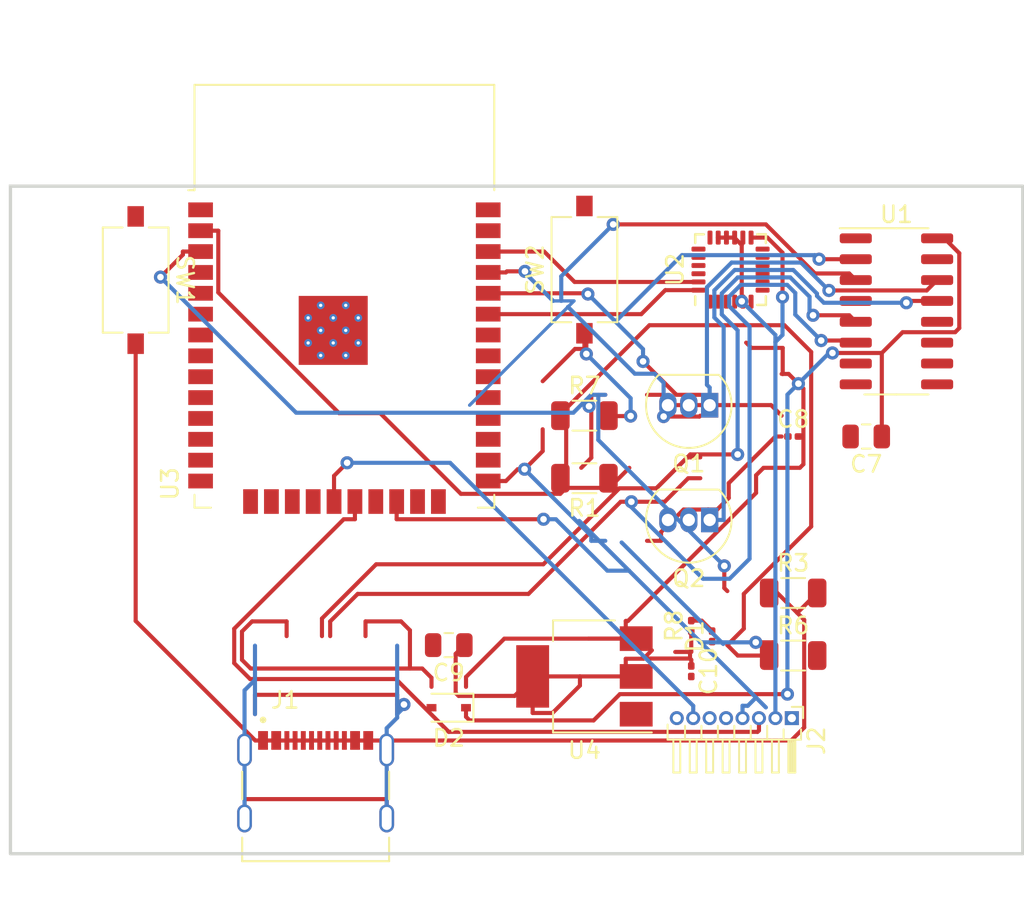
<source format=kicad_pcb>
(kicad_pcb (version 20221018) (generator pcbnew)
  (layers (0 "F.Cu" signal) (31 "B.Cu" signal) (34 "B.Paste" user) (35 "F.Paste" user) (36 "B.SilkS" user "B.Silkscreen") (37 "F.SilkS" user "F.Silkscreen") (38 "B.Mask" user) (39 "F.Mask" user) (44 "Edge.Cuts" user))
  (net 0 "")
  (net 1 "+5V")
  (net 2 "Net-(D2-A)")
  (net 3 "EN")
  (net 4 "IO0")
  (net 5 "GNDREF")
  (net 6 "IO3")
  (net 7 "IO1")
  (net 8 "D+")
  (net 9 "D-")
  (net 10 "XI")
  (net 11 "XO")
  (net 12 "XDA")
  (net 13 "XCL")
  (net 14 "Net-(Q1-E)")
  (net 15 "Net-(Q1-B)")
  (net 16 "Net-(Q2-E)")
  (net 17 "Net-(Q2-B)")
  (net 18 "INT")
  (net 19 "+3V3")
  (net 20 "Net-(U1-V3)")
  (net 28 "SCL")
  (net 29 "SDA")
  (net 30 "+3.3V")
  (net 33 "IO34")
  (net 34 "IO35")
  (net 35 "IO32")
  (net 36 "IO33")
  (net 37 "IO25")
  (net 38 "IO26")
  (net 39 "IO27")
  (net 40 "IO14")
  (net 41 "IO12")
  (net 42 "IO13")
  (net 45 "CS")
  (net 46 "SCLK")
  (net 47 "Net-(U2-REGOUT)")
  (net 48 "DATA")
  (net 49 "IO15")
  (net 50 "IO2")
  (net 51 "IO4")
  (net 52 "IO16")
  (net 53 "IO17")
  (net 54 "IO5")
  (net 55 "IO18")
  (net 56 "IO19")
  (net 57 "Net-(U2-FSYNC)")
  (net 58 "IO23")
  (net 59 "VCC")
  (net 65 "Net-(U2-CPOUT)")
  (net 78 "Net-(J1-SHIELD-PadS1)")
  (net 79 "Net-(D1-A)")
  (net 82 "Net-(R3-Pad2)")
  (net 83 "Net-(R7-Pad2)")
  (net 84 "RES")
  (net 85 "DC")
  (net 86 "BLK")
  (footprint "TYPE-C-31-M-12:HRO_TYPE-C-31-M-12" (layer "F.Cu") (at 163.35 92.4675)
    (fp_text reference "J1")
    (fp_text value "TYPE-C-31-M-12")
  )
  (footprint "Package_TO_SOT_THT:TO-92_Inline" (layer "F.Cu") (at 187.325 67.31 180)
    (fp_text reference "Q1")
    (fp_text value "S8050")
  )
  (footprint "Resistor_SMD:R_1206_3216Metric" (layer "F.Cu") (at 192.405 78.74)
    (fp_text reference "R3")
    (fp_text value "470")
  )
  (footprint "Capacitor_SMD:C_0805_2012Metric" (layer "F.Cu") (at 196.85 69.215 180)
    (fp_text reference "C7")
    (fp_text value "100nF")
  )
  (footprint "Capacitor_SMD:C_0201_0603Metric" (layer "F.Cu") (at 186.205 83.505 -90)
    (fp_text reference "C10")
    (fp_text value "10uF")
  )
  (footprint "Connector_PinHeader_1.00mm:PinHeader_1x08_P1.00mm_Horizontal" (layer "F.Cu") (at 192.325 86.36 -90)
    (fp_text reference "J2")
    (fp_text value "Conn_01x08_MountingPin")
  )
  (footprint "Diode_SMD:D_SOD-323" (layer "F.Cu") (at 171.45 85.725 180)
    (fp_text reference "D2")
    (fp_text value "1N5819WS")
  )
  (footprint "Resistor_SMD:R_1206_3216Metric" (layer "F.Cu") (at 179.705 67.945)
    (fp_text reference "R7")
    (fp_text value "470")
  )
  (footprint "Resistor_SMD:R_0201_0603Metric" (layer "F.Cu") (at 186.205 80.745 90)
    (fp_text reference "R8")
    (fp_text value "1k")
  )
  (footprint "Resistor_SMD:R_1206_3216Metric" (layer "F.Cu") (at 179.705 71.755 180)
    (fp_text reference "R1")
    (fp_text value "10k")
  )
  (footprint "Button_Switch_SMD:SW_Tactile_SPST_NO_Straight_CK_PTS636Sx25SMTRLFS" (layer "F.Cu") (at 152.4 59.69 -90)
    (fp_text reference "SW1")
    (fp_text value "reset")
  )
  (footprint "Capacitor_SMD:C_0201_0603Metric" (layer "F.Cu") (at 192.405 69.215)
    (fp_text reference "C8")
    (fp_text value "10uF")
  )
  (footprint "LED_SMD:LED_0201_0603Metric" (layer "F.Cu") (at 187.475 81.38 90)
    (fp_text reference "D1")
    (fp_text value "LED POWER")
  )
  (footprint "Capacitor_SMD:C_0805_2012Metric" (layer "F.Cu") (at 171.45 81.915 180)
    (fp_text reference "C9")
    (fp_text value "100nF")
  )
  (footprint "RF_Module:ESP32-WROOM-32" (layer "F.Cu") (at 165.1 63.665)
    (fp_text reference "U3")
    (fp_text value "ESP32-WROOM-32D")
  )
  (footprint "Sensor_Motion:InvenSense_QFN-24_4x4mm_P0.5mm" (layer "F.Cu") (at 188.595 59.055 90)
    (fp_text reference "U2")
    (fp_text value "MPU-6050")
  )
  (footprint "Package_TO_SOT_THT:TO-92_Inline" (layer "F.Cu") (at 187.325 74.295 180)
    (fp_text reference "Q2")
    (fp_text value "S8050")
  )
  (footprint "Resistor_SMD:R_1206_3216Metric" (layer "F.Cu") (at 192.405 82.55)
    (fp_text reference "R6")
    (fp_text value "10k")
  )
  (footprint "Button_Switch_SMD:SW_Tactile_SPST_NO_Straight_CK_PTS636Sx25SMTRLFS" (layer "F.Cu") (at 179.705 59.055 90)
    (fp_text reference "SW2")
    (fp_text value "boot")
  )
  (footprint "Package_SO:SOIC-16_3.9x9.9mm_P1.27mm" (layer "F.Cu") (at 198.69 61.595)
    (fp_text reference "U1")
    (fp_text value "CH340G")
  )
  (footprint "Package_TO_SOT_SMD:SOT-223-3_TabPin2" (layer "F.Cu") (at 179.705 83.82 180)
    (fp_text reference "U4")
    (fp_text value "AMS1117-3.3")
  )
  (gr_rect (start 144.78 53.975) (end 206.375 94.615) (stroke (width 0.2)) (fill none) (layer "Edge.Cuts"))
  (segment (start 189.865 63.82) (end 189.545 63.5) (width 0.25) (layer "F.Cu") (net 1))
  (segment (start 190.149 72.6491) (end 190.149 71.5751) (width 0.25) (layer "F.Cu") (net 1))
  (segment (start 182.22 81.52) (end 182.22 80.4431) (width 0.25) (layer "F.Cu") (net 1))
  (segment (start 179.938 81.52) (end 182.22 81.52) (width 0.25) (layer "F.Cu") (net 1))
  (segment (start 191.77 63.82) (end 189.865 63.82) (width 0.25) (layer "F.Cu") (net 1))
  (segment (start 172.5 83.8533) (end 174.833 81.52) (width 0.25) (layer "F.Cu") (net 1))
  (segment (start 172.5 86.2769) (end 172.722 86.4988) (width 0.25) (layer "F.Cu") (net 1))
  (segment (start 201.165 57.15) (end 201.61 57.15) (width 0.25) (layer "F.Cu") (net 1))
  (segment (start 182.355 80.4431) (end 190.149 72.6491) (width 0.25) (layer "F.Cu") (net 1))
  (segment (start 197.8 64.1291) (end 197.8 69.215) (width 0.25) (layer "F.Cu") (net 1))
  (segment (start 172.722 86.4988) (end 180.264 86.4988) (width 0.25) (layer "F.Cu") (net 1))
  (segment (start 202.263 62.865) (end 199.064 62.865) (width 0.25) (layer "F.Cu") (net 1))
  (segment (start 174.833 81.52) (end 179.938 81.52) (width 0.25) (layer "F.Cu") (net 1))
  (segment (start 190.149 71.5751) (end 190.604 71.12) (width 0.25) (layer "F.Cu") (net 1))
  (segment (start 172.5 84.455) (end 172.5 83.8533) (width 0.25) (layer "F.Cu") (net 1))
  (segment (start 193.029 66.304) (end 192.723 65.998) (width 0.25) (layer "F.Cu") (net 1))
  (segment (start 179.938 81.52) (end 182.22 81.52) (width 0.25) (layer "F.Cu") (net 1))
  (segment (start 199.064 62.865) (end 197.8 64.1291) (width 0.25) (layer "F.Cu") (net 1))
  (segment (start 194.796 64.1291) (end 197.8 64.1291) (width 0.25) (layer "F.Cu") (net 1))
  (segment (start 180.264 86.4988) (end 181.863 84.8994) (width 0.25) (layer "F.Cu") (net 1))
  (segment (start 191.77 65.405) (end 191.77 63.82) (width 0.25) (layer "F.Cu") (net 1))
  (segment (start 190.604 71.12) (end 192.812 71.12) (width 0.25) (layer "F.Cu") (net 1))
  (segment (start 191.77 65.405) (end 191.705 65.405) (width 0.25) (layer "F.Cu") (net 1))
  (segment (start 193.029 70.903) (end 193.029 66.304) (width 0.25) (layer "F.Cu") (net 1))
  (segment (start 182.22 81.52) (end 182.855 81.52) (width 0.25) (layer "F.Cu") (net 1))
  (segment (start 202.512 58.0527) (end 202.512 62.6153) (width 0.25) (layer "F.Cu") (net 1))
  (segment (start 202.512 62.6153) (end 202.263 62.865) (width 0.25) (layer "F.Cu") (net 1))
  (segment (start 182.22 80.4431) (end 182.355 80.4431) (width 0.25) (layer "F.Cu") (net 1))
  (segment (start 192.723 65.998) (end 192.725 65.998) (width 0.25) (layer "F.Cu") (net 1))
  (segment (start 181.863 84.8994) (end 192.057 84.8994) (width 0.25) (layer "F.Cu") (net 1))
  (segment (start 192.812 71.12) (end 193.029 70.903) (width 0.25) (layer "F.Cu") (net 1))
  (segment (start 201.61 57.15) (end 202.512 58.0527) (width 0.25) (layer "F.Cu") (net 1))
  (segment (start 192.13 65.405) (end 191.77 65.405) (width 0.25) (layer "F.Cu") (net 1))
  (segment (start 192.723 65.998) (end 192.13 65.405) (width 0.25) (layer "F.Cu") (net 1))
  (segment (start 172.5 85.725) (end 172.5 86.2769) (width 0.25) (layer "F.Cu") (net 1))
  (via (at 192.725 65.998) (size 0.8) (drill 0.4) (layers "F.Cu" "B.Cu") (net 1))
  (via (at 192.057 84.8994) (size 0.8) (drill 0.4) (layers "F.Cu" "B.Cu") (net 1))
  (via (at 194.796 64.1291) (size 0.8) (drill 0.4) (layers "F.Cu" "B.Cu") (net 1))
  (segment (start 194.594 64.1291) (end 194.796 64.1291) (width 0.25) (layer "B.Cu") (net 1))
  (segment (start 192.725 65.998) (end 194.594 64.1291) (width 0.25) (layer "B.Cu") (net 1))
  (segment (start 192.725 65.998) (end 192.057 66.6653) (width 0.25) (layer "B.Cu") (net 1))
  (segment (start 192.057 66.6653) (end 192.057 84.8994) (width 0.25) (layer "B.Cu") (net 1))
  (segment (start 161.585 80.4706) (end 161.585 81.3675) (width 0.25) (layer "F.Cu") (net 2))
  (segment (start 159.483 80.4706) (end 161.585 80.4706) (width 0.25) (layer "F.Cu") (net 2))
  (segment (start 169.837 83.3397) (end 169.088 83.3397) (width 0.25) (layer "F.Cu") (net 2))
  (segment (start 159.398 83.3397) (end 158.868 82.8097) (width 0.25) (layer "F.Cu") (net 2))
  (segment (start 158.868 81.0861) (end 159.483 80.4706) (width 0.25) (layer "F.Cu") (net 2))
  (segment (start 169.088 81.012) (end 168.546 80.4706) (width 0.25) (layer "F.Cu") (net 2))
  (segment (start 158.868 82.8097) (end 158.868 81.0861) (width 0.25) (layer "F.Cu") (net 2))
  (segment (start 170.4 83.9031) (end 169.837 83.3397) (width 0.25) (layer "F.Cu") (net 2))
  (segment (start 166.385 80.4706) (end 166.385 81.3675) (width 0.25) (layer "F.Cu") (net 2))
  (segment (start 170.4 84.455) (end 170.4 83.9031) (width 0.25) (layer "F.Cu") (net 2))
  (segment (start 169.088 83.3397) (end 169.088 81.012) (width 0.25) (layer "F.Cu") (net 2))
  (segment (start 169.088 83.3397) (end 159.398 83.3397) (width 0.25) (layer "F.Cu") (net 2))
  (segment (start 168.546 80.4706) (end 166.385 80.4706) (width 0.25) (layer "F.Cu") (net 2))
  (segment (start 180.975 66.675) (end 180.123 66.675) (width 0.25) (layer "F.Cu") (net 3))
  (segment (start 180.123 67.2336) (end 179.984 67.3728) (width 0.25) (layer "F.Cu") (net 3))
  (segment (start 155.273 58.1466) (end 153.909 59.5108) (width 0.25) (layer "F.Cu") (net 3))
  (segment (start 180.123 70.5094) (end 179.512 71.12) (width 0.25) (layer "F.Cu") (net 3))
  (segment (start 180.123 67.2336) (end 180.123 70.5094) (width 0.25) (layer "F.Cu") (net 3))
  (segment (start 188.216 78.4384) (end 188.402 78.625) (width 0.25) (layer "F.Cu") (net 3))
  (segment (start 156.35 57.955) (end 155.273 57.955) (width 0.25) (layer "F.Cu") (net 3))
  (segment (start 180.123 66.675) (end 180.123 67.2336) (width 0.25) (layer "F.Cu") (net 3))
  (segment (start 188.216 77.0914) (end 188.216 78.4384) (width 0.25) (layer "F.Cu") (net 3))
  (segment (start 155.273 57.955) (end 155.273 58.1466) (width 0.25) (layer "F.Cu") (net 3))
  (via (at 179.984 67.3728) (size 0.8) (drill 0.4) (layers "F.Cu" "B.Cu") (net 3))
  (via (at 188.216 77.0914) (size 0.8) (drill 0.4) (layers "F.Cu" "B.Cu") (net 3))
  (via (at 153.909 59.5108) (size 0.8) (drill 0.4) (layers "F.Cu" "B.Cu") (net 3))
  (segment (start 179.767 67.3728) (end 179.984 67.3728) (width 0.25) (layer "B.Cu") (net 3))
  (segment (start 179.596 67.202) (end 180.123 66.675) (width 0.25) (layer "B.Cu") (net 3))
  (segment (start 180.549 66.675) (end 180.549 69.4246) (width 0.25) (layer "B.Cu") (net 3))
  (segment (start 179.032 67.7665) (end 179.596 67.202) (width 0.25) (layer "B.Cu") (net 3))
  (segment (start 153.909 59.5108) (end 162.165 67.7665) (width 0.25) (layer "B.Cu") (net 3))
  (segment (start 179.596 67.202) (end 179.767 67.3728) (width 0.25) (layer "B.Cu") (net 3))
  (segment (start 180.123 66.675) (end 180.549 66.675) (width 0.25) (layer "B.Cu") (net 3))
  (segment (start 180.975 66.675) (end 180.549 66.675) (width 0.25) (layer "B.Cu") (net 3))
  (segment (start 180.549 69.4246) (end 188.216 77.0914) (width 0.25) (layer "B.Cu") (net 3))
  (segment (start 162.165 67.7665) (end 179.032 67.7665) (width 0.25) (layer "B.Cu") (net 3))
  (segment (start 177.165 70.1028) (end 176.063 71.2051) (width 0.25) (layer "F.Cu") (net 4))
  (segment (start 177.165 68.7725) (end 177.165 70.1028) (width 0.25) (layer "F.Cu") (net 4))
  (segment (start 174.927 71.925) (end 173.85 71.925) (width 0.25) (layer "F.Cu") (net 4))
  (segment (start 191.158 81.7457) (end 191.328 81.915) (width 0.25) (layer "F.Cu") (net 4))
  (segment (start 190.129 81.7457) (end 191.158 81.7457) (width 0.25) (layer "F.Cu") (net 4))
  (segment (start 176.063 71.2051) (end 175.647 71.2051) (width 0.25) (layer "F.Cu") (net 4))
  (segment (start 175.647 71.2051) (end 174.927 71.925) (width 0.25) (layer "F.Cu") (net 4))
  (via (at 190.129 81.7457) (size 0.8) (drill 0.4) (layers "F.Cu" "B.Cu") (net 4))
  (via (at 176.063 71.2051) (size 0.8) (drill 0.4) (layers "F.Cu" "B.Cu") (net 4))
  (segment (start 180.123 75.565) (end 180.123 75.2655) (width 0.25) (layer "B.Cu") (net 4))
  (segment (start 180.975 75.565) (end 180.123 75.565) (width 0.25) (layer "B.Cu") (net 4))
  (segment (start 186.73 81.7457) (end 188.05 81.7457) (width 0.25) (layer "B.Cu") (net 4))
  (segment (start 181.969 75.665) (end 188.05 81.7457) (width 0.25) (layer "B.Cu") (net 4))
  (segment (start 180.123 75.2655) (end 176.063 71.2051) (width 0.25) (layer "B.Cu") (net 4))
  (segment (start 188.05 81.7457) (end 188.15 81.8457) (width 0.25) (layer "B.Cu") (net 4))
  (segment (start 188.05 81.7457) (end 190.129 81.7457) (width 0.25) (layer "B.Cu") (net 4))
  (segment (start 183.271 64.643) (end 185.303 66.675) (width 0.25) (layer "F.Cu") (net 6))
  (segment (start 173.85 60.495) (end 179.871 60.495) (width 0.25) (layer "F.Cu") (net 6))
  (segment (start 185.303 66.675) (end 186.755 66.675) (width 0.25) (layer "F.Cu") (net 6))
  (segment (start 179.871 60.495) (end 179.917 60.5408) (width 0.25) (layer "F.Cu") (net 6))
  (segment (start 193.981 58.42) (end 196.215 58.42) (width 0.25) (layer "F.Cu") (net 6))
  (via (at 193.981 58.42) (size 0.8) (drill 0.4) (layers "F.Cu" "B.Cu") (net 6))
  (via (at 179.917 60.5408) (size 0.8) (drill 0.4) (layers "F.Cu" "B.Cu") (net 6))
  (via (at 183.271 64.643) (size 0.8) (drill 0.4) (layers "F.Cu" "B.Cu") (net 6))
  (segment (start 193.981 58.42) (end 193.734 58.1728) (width 0.25) (layer "B.Cu") (net 6))
  (segment (start 183.271 63.8954) (end 183.271 64.643) (width 0.25) (layer "B.Cu") (net 6))
  (segment (start 193.734 58.1728) (end 185.639 58.1728) (width 0.25) (layer "B.Cu") (net 6))
  (segment (start 185.639 58.1728) (end 181.594 62.2181) (width 0.25) (layer "B.Cu") (net 6))
  (segment (start 179.917 60.5408) (end 181.594 62.2181) (width 0.25) (layer "B.Cu") (net 6))
  (segment (start 181.594 62.2181) (end 183.271 63.8954) (width 0.25) (layer "B.Cu") (net 6))
  (segment (start 184.523 67.9994) (end 186.701 67.9994) (width 0.25) (layer "F.Cu") (net 7))
  (segment (start 186.701 67.9994) (end 186.755 67.945) (width 0.25) (layer "F.Cu") (net 7))
  (segment (start 174.927 59.225) (end 174.992 59.1597) (width 0.25) (layer "F.Cu") (net 7))
  (segment (start 196.215 59.69) (end 195.815 59.2897) (width 0.25) (layer "F.Cu") (net 7))
  (segment (start 190.745 56.3005) (end 181.454 56.3005) (width 0.25) (layer "F.Cu") (net 7))
  (segment (start 193.734 59.2897) (end 190.745 56.3005) (width 0.25) (layer "F.Cu") (net 7))
  (segment (start 173.85 59.225) (end 174.927 59.225) (width 0.25) (layer "F.Cu") (net 7))
  (segment (start 195.815 59.2897) (end 193.734 59.2897) (width 0.25) (layer "F.Cu") (net 7))
  (segment (start 174.992 59.1597) (end 176.087 59.1597) (width 0.25) (layer "F.Cu") (net 7))
  (via (at 181.454 56.3005) (size 0.8) (drill 0.4) (layers "F.Cu" "B.Cu") (net 7))
  (via (at 176.087 59.1597) (size 0.8) (drill 0.4) (layers "F.Cu" "B.Cu") (net 7))
  (via (at 184.523 67.9994) (size 0.8) (drill 0.4) (layers "F.Cu" "B.Cu") (net 7))
  (segment (start 183.976 65.3909) (end 184.523 65.9382) (width 0.25) (layer "B.Cu") (net 7))
  (segment (start 184.523 65.9382) (end 184.523 67.9994) (width 0.25) (layer "B.Cu") (net 7))
  (segment (start 177.8 60.96) (end 178.295 60.96) (width 0.2) (layer "B.Cu") (net 7))
  (segment (start 178.705 61.3247) (end 172.72 67.31) (width 0.2) (layer "B.Cu") (net 7))
  (segment (start 178.295 60.96) (end 179.07 60.96) (width 0.2) (layer "B.Cu") (net 7))
  (segment (start 176.087 59.247) (end 176.087 59.1597) (width 0.25) (layer "B.Cu") (net 7))
  (segment (start 182.772 65.3909) (end 183.976 65.3909) (width 0.25) (layer "B.Cu") (net 7))
  (segment (start 178.295 60.96) (end 178.295 59.4597) (width 0.25) (layer "B.Cu") (net 7))
  (segment (start 178.295 59.4597) (end 181.454 56.3005) (width 0.25) (layer "B.Cu") (net 7))
  (segment (start 178.705 61.3247) (end 182.772 65.3909) (width 0.25) (layer "B.Cu") (net 7))
  (segment (start 177.8 60.96) (end 176.087 59.247) (width 0.25) (layer "B.Cu") (net 7))
  (segment (start 179.07 60.96) (end 178.705 61.3247) (width 0.2) (layer "B.Cu") (net 7))
  (segment (start 195.818 61.8332) (end 193.614 61.8332) (width 0.25) (layer "F.Cu") (net 8))
  (segment (start 185.965 70.485) (end 186.755 70.485) (width 0.25) (layer "F.Cu") (net 8))
  (segment (start 177.204 76.9947) (end 181.83 72.3692) (width 0.25) (layer "F.Cu") (net 8))
  (segment (start 163.735 81.3675) (end 163.735 80.2942) (width 0.25) (layer "F.Cu") (net 8))
  (segment (start 181.83 72.3692) (end 184.08 72.3692) (width 0.25) (layer "F.Cu") (net 8))
  (segment (start 184.08 72.3692) (end 186.143 70.3062) (width 0.25) (layer "F.Cu") (net 8))
  (segment (start 184.08 72.3692) (end 185.965 70.485) (width 0.25) (layer "F.Cu") (net 8))
  (segment (start 167.034 76.9947) (end 177.204 76.9947) (width 0.25) (layer "F.Cu") (net 8))
  (segment (start 186.143 70.3062) (end 189.026 70.3062) (width 0.25) (layer "F.Cu") (net 8))
  (segment (start 196.215 62.23) (end 195.818 61.8332) (width 0.25) (layer "F.Cu") (net 8))
  (segment (start 163.735 80.2942) (end 167.034 76.9947) (width 0.25) (layer "F.Cu") (net 8))
  (via (at 193.614 61.8332) (size 0.8) (drill 0.4) (layers "F.Cu" "B.Cu") (net 8))
  (via (at 189.026 70.3062) (size 0.8) (drill 0.4) (layers "F.Cu" "B.Cu") (net 8))
  (segment (start 188.063 60.5015) (end 188.063 61.7842) (width 0.25) (layer "B.Cu") (net 8))
  (segment (start 192.228 59.5285) (end 189.036 59.5285) (width 0.25) (layer "B.Cu") (net 8))
  (segment (start 188.063 61.7842) (end 189.026 62.7477) (width 0.25) (layer "B.Cu") (net 8))
  (segment (start 193.403 61.6218) (end 193.403 60.7029) (width 0.25) (layer "B.Cu") (net 8))
  (segment (start 193.403 60.7029) (end 192.228 59.5285) (width 0.25) (layer "B.Cu") (net 8))
  (segment (start 189.036 59.5285) (end 188.063 60.5015) (width 0.25) (layer "B.Cu") (net 8))
  (segment (start 193.614 61.8332) (end 193.403 61.6218) (width 0.25) (layer "B.Cu") (net 8))
  (segment (start 189.026 62.7477) (end 189.026 70.3062) (width 0.25) (layer "B.Cu") (net 8))
  (segment (start 182.355 73.1863) (end 182.356 73.1863) (width 0.25) (layer "F.Cu") (net 9))
  (segment (start 182.529 73.1863) (end 182.531 73.1863) (width 0.25) (layer "F.Cu") (net 9))
  (segment (start 182.368 73.1863) (end 182.369 73.1863) (width 0.25) (layer "F.Cu") (net 9))
  (segment (start 182.491 73.1863) (end 182.492 73.1863) (width 0.25) (layer "F.Cu") (net 9))
  (segment (start 182.334 73.1863) (end 182.336 73.1863) (width 0.25) (layer "F.Cu") (net 9))
  (segment (start 182.428 73.1863) (end 182.43 73.1863) (width 0.25) (layer "F.Cu") (net 9))
  (segment (start 182.497 73.1863) (end 182.499 73.1863) (width 0.25) (layer "F.Cu") (net 9))
  (segment (start 182.528 73.1863) (end 182.529 73.1863) (width 0.25) (layer "F.Cu") (net 9))
  (segment (start 182.436 73.1863) (end 182.438 73.1863) (width 0.25) (layer "F.Cu") (net 9))
  (segment (start 182.299 73.1863) (end 182.3 73.1863) (width 0.25) (layer "F.Cu") (net 9))
  (segment (start 182.556 73.1863) (end 182.558 73.1863) (width 0.25) (layer "F.Cu") (net 9))
  (segment (start 182.486 73.1863) (end 182.488 73.1863) (width 0.25) (layer "F.Cu") (net 9))
  (segment (start 182.539 73.1863) (end 182.54 73.1863) (width 0.25) (layer "F.Cu") (net 9))
  (segment (start 182.448 73.1863) (end 182.449 73.1863) (width 0.25) (layer "F.Cu") (net 9))
  (segment (start 182.424 73.1863) (end 182.425 73.1863) (width 0.25) (layer "F.Cu") (net 9))
  (segment (start 182.31 73.1863) (end 182.312 73.1863) (width 0.25) (layer "F.Cu") (net 9))
  (segment (start 182.3 73.1863) (end 182.302 73.1863) (width 0.25) (layer "F.Cu") (net 9))
  (segment (start 182.555 73.1863) (end 182.556 73.1863) (width 0.25) (layer "F.Cu") (net 9))
  (segment (start 182.347 73.1863) (end 182.348 73.1863) (width 0.25) (layer "F.Cu") (net 9))
  (segment (start 182.504 73.1863) (end 182.505 73.1863) (width 0.25) (layer "F.Cu") (net 9))
  (segment (start 182.472 73.1863) (end 182.473 73.1863) (width 0.25) (layer "F.Cu") (net 9))
  (segment (start 182.449 73.1863) (end 182.451 73.1863) (width 0.25) (layer "F.Cu") (net 9))
  (segment (start 182.552 73.1863) (end 182.553 73.1863) (width 0.25) (layer "F.Cu") (net 9))
  (segment (start 182.542 73.1863) (end 182.544 73.1863) (width 0.25) (layer "F.Cu") (net 9))
  (segment (start 182.427 73.1863) (end 182.428 73.1863) (width 0.25) (layer "F.Cu") (net 9))
  (segment (start 182.488 73.1863) (end 182.489 73.1863) (width 0.25) (layer "F.Cu") (net 9))
  (segment (start 182.467 73.1863) (end 182.468 73.1863) (width 0.25) (layer "F.Cu") (net 9))
  (segment (start 182.462 73.1863) (end 182.464 73.1863) (width 0.25) (layer "F.Cu") (net 9))
  (segment (start 182.467 73.1863) (end 182.468 73.1863) (width 0.25) (layer "F.Cu") (net 9))
  (segment (start 182.547 73.1863) (end 182.548 73.1863) (width 0.25) (layer "F.Cu") (net 9))
  (segment (start 182.31 73.1863) (end 182.312 73.1863) (width 0.25) (layer "F.Cu") (net 9))
  (segment (start 182.336 73.1863) (end 182.337 73.1863) (width 0.25) (layer "F.Cu") (net 9))
  (segment (start 182.404 73.1863) (end 182.406 73.1863) (width 0.25) (layer "F.Cu") (net 9))
  (segment (start 182.491 73.1863) (end 182.492 73.1863) (width 0.25) (layer "F.Cu") (net 9))
  (segment (start 182.441 73.1863) (end 182.443 73.1863) (width 0.25) (layer "F.Cu") (net 9))
  (segment (start 182.332 73.1863) (end 182.334 73.1863) (width 0.25) (layer "F.Cu") (net 9))
  (segment (start 182.542 73.1863) (end 182.544 73.1863) (width 0.25) (layer "F.Cu") (net 9))
  (segment (start 182.339 73.1863) (end 182.34 73.1863) (width 0.25) (layer "F.Cu") (net 9))
  (segment (start 182.44 73.1863) (end 182.441 73.1863) (width 0.25) (layer "F.Cu") (net 9))
  (segment (start 182.425 73.1863) (end 182.427 73.1863) (width 0.25) (layer "F.Cu") (net 9))
  (segment (start 182.409 73.1863) (end 182.411 73.1863) (width 0.25) (layer "F.Cu") (net 9))
  (segment (start 182.34 73.1863) (end 182.342 73.1863) (width 0.25) (layer "F.Cu") (net 9))
  (segment (start 182.454 73.1863) (end 182.456 73.1863) (width 0.25) (layer "F.Cu") (net 9))
  (segment (start 182.302 73.1863) (end 182.304 73.1863) (width 0.25) (layer "F.Cu") (net 9))
  (segment (start 182.481 73.1863) (end 182.483 73.1863) (width 0.25) (layer "F.Cu") (net 9))
  (segment (start 182.436 73.1863) (end 182.438 73.1863) (width 0.25) (layer "F.Cu") (net 9))
  (segment (start 165.908 78.7972) (end 176.301 78.7972) (width 0.25) (layer "F.Cu") (net 9))
  (segment (start 182.441 73.1863) (end 182.443 73.1863) (width 0.25) (layer "F.Cu") (net 9))
  (segment (start 182.492 73.1863) (end 182.494 73.1863) (width 0.25) (layer "F.Cu") (net 9))
  (segment (start 182.528 73.1863) (end 182.529 73.1863) (width 0.25) (layer "F.Cu") (net 9))
  (segment (start 182.299 73.1863) (end 182.3 73.1863) (width 0.25) (layer "F.Cu") (net 9))
  (segment (start 182.465 73.1863) (end 182.467 73.1863) (width 0.25) (layer "F.Cu") (net 9))
  (segment (start 182.42 73.1863) (end 182.422 73.1863) (width 0.25) (layer "F.Cu") (net 9))
  (segment (start 182.504 73.1863) (end 182.505 73.1863) (width 0.25) (layer "F.Cu") (net 9))
  (segment (start 182.356 73.1863) (end 182.358 73.1863) (width 0.25) (layer "F.Cu") (net 9))
  (segment (start 182.416 73.1863) (end 182.417 73.1863) (width 0.25) (layer "F.Cu") (net 9))
  (segment (start 182.475 73.1863) (end 182.476 73.1863) (width 0.25) (layer "F.Cu") (net 9))
  (segment (start 182.372 73.1863) (end 182.374 73.1863) (width 0.25) (layer "F.Cu") (net 9))
  (segment (start 182.518 73.1863) (end 182.52 73.1863) (width 0.25) (layer "F.Cu") (net 9))
  (segment (start 182.39 73.1863) (end 182.392 73.1863) (width 0.25) (layer "F.Cu") (net 9))
  (segment (start 196.215 63.5) (end 196.086 63.3708) (width 0.25) (layer "F.Cu") (net 9))
  (segment (start 182.316 73.1863) (end 182.318 73.1863) (width 0.25) (layer "F.Cu") (net 9))
  (segment (start 182.446 73.1863) (end 182.448 73.1863) (width 0.25) (layer "F.Cu") (net 9))
  (segment (start 182.443 73.1863) (end 182.444 73.1863) (width 0.25) (layer "F.Cu") (net 9))
  (segment (start 182.352 73.1863) (end 182.353 73.1863) (width 0.25) (layer "F.Cu") (net 9))
  (segment (start 182.4 73.1863) (end 182.401 73.1863) (width 0.25) (layer "F.Cu") (net 9))
  (segment (start 182.308 73.1863) (end 182.31 73.1863) (width 0.25) (layer "F.Cu") (net 9))
  (segment (start 182.515 73.1863) (end 182.516 73.1863) (width 0.25) (layer "F.Cu") (net 9))
  (segment (start 182.548 73.1863) (end 182.55 73.1863) (width 0.25) (layer "F.Cu") (net 9))
  (segment (start 182.403 73.1863) (end 182.404 73.1863) (width 0.25) (layer "F.Cu") (net 9))
  (segment (start 182.499 73.1863) (end 182.5 73.1863) (width 0.25) (layer "F.Cu") (net 9))
  (segment (start 182.379 73.1863) (end 182.38 73.1863) (width 0.25) (layer "F.Cu") (net 9))
  (segment (start 182.39 73.1863) (end 182.392 73.1863) (width 0.25) (layer "F.Cu") (net 9))
  (segment (start 182.507 73.1863) (end 182.508 73.1863) (width 0.25) (layer "F.Cu") (net 9))
  (segment (start 182.475 73.1863) (end 182.476 73.1863) (width 0.25) (layer "F.Cu") (net 9))
  (segment (start 182.377 73.1863) (end 182.379 73.1863) (width 0.25) (layer "F.Cu") (net 9))
  (segment (start 182.502 73.1863) (end 182.504 73.1863) (width 0.25) (layer "F.Cu") (net 9))
  (segment (start 182.55 73.1863) (end 182.552 73.1863) (width 0.25) (layer "F.Cu") (net 9))
  (segment (start 182.524 73.1863) (end 182.526 73.1863) (width 0.25) (layer "F.Cu") (net 9))
  (segment (start 182.38 73.1863) (end 182.382 73.1863) (width 0.25) (layer "F.Cu") (net 9))
  (segment (start 182.523 73.1863) (end 182.524 73.1863) (width 0.25) (layer "F.Cu") (net 9))
  (segment (start 182.352 73.1863) (end 182.353 73.1863) (width 0.25) (layer "F.Cu") (net 9))
  (segment (start 182.308 73.1863) (end 182.31 73.1863) (width 0.25) (layer "F.Cu") (net 9))
  (segment (start 182.486 73.1863) (end 182.488 73.1863) (width 0.25) (layer "F.Cu") (net 9))
  (segment (start 182.324 73.1863) (end 182.326 73.1863) (width 0.25) (layer "F.Cu") (net 9))
  (segment (start 182.537 73.1863) (end 182.539 73.1863) (width 0.25) (layer "F.Cu") (net 9))
  (segment (start 182.553 73.1863) (end 182.555 73.1863) (width 0.25) (layer "F.Cu") (net 9))
  (segment (start 182.457 73.1863) (end 182.459 73.1863) (width 0.25) (layer "F.Cu") (net 9))
  (segment (start 182.483 73.1863) (end 182.484 73.1863) (width 0.25) (layer "F.Cu") (net 9))
  (segment (start 182.553 73.1863) (end 182.555 73.1863) (width 0.25) (layer "F.Cu") (net 9))
  (segment (start 182.401 73.1863) (end 182.403 73.1863) (width 0.25) (layer "F.Cu") (net 9))
  (segment (start 182.36 73.1863) (end 182.361 73.1863) (width 0.25) (layer "F.Cu") (net 9))
  (segment (start 182.473 73.1863) (end 182.475 73.1863) (width 0.25) (layer "F.Cu") (net 9))
  (segment (start 182.358 73.1863) (end 182.36 73.1863) (width 0.25) (layer "F.Cu") (net 9))
  (segment (start 182.348 73.1863) (end 182.35 73.1863) (width 0.25) (layer "F.Cu") (net 9))
  (segment (start 182.395 73.1863) (end 182.396 73.1863) (width 0.25) (layer "F.Cu") (net 9))
  (segment (start 182.353 73.1863) (end 182.355 73.1863) (width 0.25) (layer "F.Cu") (net 9))
  (segment (start 182.488 73.1863) (end 182.489 73.1863) (width 0.25) (layer "F.Cu") (net 9))
  (segment (start 182.435 73.1863) (end 182.436 73.1863) (width 0.25) (layer "F.Cu") (net 9))
  (segment (start 182.536 73.1863) (end 182.537 73.1863) (width 0.25) (layer "F.Cu") (net 9))
  (segment (start 182.382 73.1863) (end 182.384 73.1863) (width 0.25) (layer "F.Cu") (net 9))
  (segment (start 182.432 73.1863) (end 182.433 73.1863) (width 0.25) (layer "F.Cu") (net 9))
  (segment (start 182.36 73.1863) (end 182.361 73.1863) (width 0.25) (layer "F.Cu") (net 9))
  (segment (start 182.515 73.1863) (end 182.516 73.1863) (width 0.25) (layer "F.Cu") (net 9))
  (segment (start 182.363 73.1863) (end 182.364 73.1863) (width 0.25) (layer "F.Cu") (net 9))
  (segment (start 182.382 73.1863) (end 182.384 73.1863) (width 0.25) (layer "F.Cu") (net 9))
  (segment (start 182.3 73.1863) (end 182.302 73.1863) (width 0.25) (layer "F.Cu") (net 9))
  (segment (start 182.371 73.1863) (end 182.372 73.1863) (width 0.25) (layer "F.Cu") (net 9))
  (segment (start 182.411 73.1863) (end 182.412 73.1863) (width 0.25) (layer "F.Cu") (net 9))
  (segment (start 182.406 73.1863) (end 182.408 73.1863) (width 0.25) (layer "F.Cu") (net 9))
  (segment (start 182.414 73.1863) (end 182.416 73.1863) (width 0.25) (layer "F.Cu") (net 9))
  (segment (start 182.523 73.1863) (end 182.524 73.1863) (width 0.25) (layer "F.Cu") (net 9))
  (segment (start 182.46 73.1863) (end 182.462 73.1863) (width 0.25) (layer "F.Cu") (net 9))
  (segment (start 182.52 73.1863) (end 182.521 73.1863) (width 0.25) (layer "F.Cu") (net 9))
  (segment (start 182.337 73.1863) (end 182.339 73.1863) (width 0.25) (layer "F.Cu") (net 9))
  (segment (start 182.409 73.1863) (end 182.411 73.1863) (width 0.25) (layer "F.Cu") (net 9))
  (segment (start 182.376 73.1863) (end 182.377 73.1863) (width 0.25) (layer "F.Cu") (net 9))
  (segment (start 182.368 73.1863) (end 182.369 73.1863) (width 0.25) (layer "F.Cu") (net 9))
  (segment (start 182.32 73.1863) (end 182.321 73.1863) (width 0.25) (layer "F.Cu") (net 9))
  (segment (start 182.497 73.1863) (end 182.499 73.1863) (width 0.25) (layer "F.Cu") (net 9))
  (segment (start 182.451 73.1863) (end 182.452 73.1863) (width 0.25) (layer "F.Cu") (net 9))
  (segment (start 181.912 73.1863) (end 182.299 73.1863) (width 0.25) (layer "F.Cu") (net 9))
  (segment (start 182.408 73.1863) (end 182.409 73.1863) (width 0.25) (layer "F.Cu") (net 9))
  (segment (start 182.526 73.1863) (end 182.528 73.1863) (width 0.25) (layer "F.Cu") (net 9))
  (segment (start 182.345 73.1863) (end 182.347 73.1863) (width 0.25) (layer "F.Cu") (net 9))
  (segment (start 182.472 73.1863) (end 182.473 73.1863) (width 0.25) (layer "F.Cu") (net 9))
  (segment (start 182.435 73.1863) (end 182.436 73.1863) (width 0.25) (layer "F.Cu") (net 9))
  (segment (start 182.416 73.1863) (end 182.417 73.1863) (width 0.25) (layer "F.Cu") (net 9))
  (segment (start 182.344 73.1863) (end 182.345 73.1863) (width 0.25) (layer "F.Cu") (net 9))
  (segment (start 182.548 73.1863) (end 182.55 73.1863) (width 0.25) (layer "F.Cu") (net 9))
  (segment (start 182.302 73.1863) (end 182.304 73.1863) (width 0.25) (layer "F.Cu") (net 9))
  (segment (start 182.366 73.1863) (end 182.368 73.1863) (width 0.25) (layer "F.Cu") (net 9))
  (segment (start 182.412 73.1863) (end 182.414 73.1863) (width 0.25) (layer "F.Cu") (net 9))
  (segment (start 182.321 73.1863) (end 182.323 73.1863) (width 0.25) (layer "F.Cu") (net 9))
  (segment (start 182.406 73.1863) (end 182.408 73.1863) (width 0.25) (layer "F.Cu") (net 9))
  (segment (start 182.315 73.1863) (end 182.316 73.1863) (width 0.25) (layer "F.Cu") (net 9))
  (segment (start 182.372 73.1863) (end 182.374 73.1863) (width 0.25) (layer "F.Cu") (net 9))
  (segment (start 182.424 73.1863) (end 182.425 73.1863) (width 0.25) (layer "F.Cu") (net 9))
  (segment (start 182.452 73.1863) (end 182.454 73.1863) (width 0.25) (layer "F.Cu") (net 9))
  (segment (start 182.385 73.1863) (end 182.387 73.1863) (width 0.25) (layer "F.Cu") (net 9))
  (segment (start 182.465 73.1863) (end 182.467 73.1863) (width 0.25) (layer "F.Cu") (net 9))
  (segment (start 182.484 73.1863) (end 182.486 73.1863) (width 0.25) (layer "F.Cu") (net 9))
  (segment (start 182.555 73.1863) (end 182.556 73.1863) (width 0.25) (layer "F.Cu") (net 9))
  (segment (start 182.305 73.1863) (end 182.307 73.1863) (width 0.25) (layer "F.Cu") (net 9))
  (segment (start 182.516 73.1863) (end 182.518 73.1863) (width 0.25) (layer "F.Cu") (net 9))
  (segment (start 182.446 73.1863) (end 182.448 73.1863) (width 0.25) (layer "F.Cu") (net 9))
  (segment (start 182.374 73.1863) (end 182.376 73.1863) (width 0.25) (layer "F.Cu") (net 9))
  (segment (start 182.328 73.1863) (end 182.329 73.1863) (width 0.25) (layer "F.Cu") (net 9))
  (segment (start 182.464 73.1863) (end 182.465 73.1863) (width 0.25) (layer "F.Cu") (net 9))
  (segment (start 182.419 73.1863) (end 182.42 73.1863) (width 0.25) (layer "F.Cu") (net 9))
  (segment (start 182.56 73.1863) (end 182.561 73.1863) (width 0.25) (layer "F.Cu") (net 9))
  (segment (start 182.408 73.1863) (end 182.409 73.1863) (width 0.25) (layer "F.Cu") (net 9))
  (segment (start 182.478 73.1863) (end 182.48 73.1863) (width 0.25) (layer "F.Cu") (net 9))
  (segment (start 182.361 73.1863) (end 182.363 73.1863) (width 0.25) (layer "F.Cu") (net 9))
  (segment (start 182.443 73.1863) (end 182.444 73.1863) (width 0.25) (layer "F.Cu") (net 9))
  (segment (start 182.505 73.1863) (end 182.507 73.1863) (width 0.25) (layer "F.Cu") (net 9))
  (segment (start 182.42 73.1863) (end 182.422 73.1863) (width 0.25) (layer "F.Cu") (net 9))
  (segment (start 182.459 73.1863) (end 182.46 73.1863) (width 0.25) (layer "F.Cu") (net 9))
  (segment (start 182.427 73.1863) (end 182.428 73.1863) (width 0.25) (layer "F.Cu") (net 9))
  (segment (start 182.323 73.1863) (end 182.324 73.1863) (width 0.25) (layer "F.Cu") (net 9))
  (segment (start 182.544 73.1863) (end 182.545 73.1863) (width 0.25) (layer "F.Cu") (net 9))
  (segment (start 182.449 73.1863) (end 182.451 73.1863) (width 0.25) (layer "F.Cu") (net 9))
  (segment (start 182.387 73.1863) (end 182.388 73.1863) (width 0.25) (layer "F.Cu") (net 9))
  (segment (start 182.313 73.1863) (end 182.315 73.1863) (width 0.25) (layer "F.Cu") (net 9))
  (segment (start 182.438 73.1863) (end 182.44 73.1863) (width 0.25) (layer "F.Cu") (net 9))
  (segment (start 182.444 73.1863) (end 182.446 73.1863) (width 0.25) (layer "F.Cu") (net 9))
  (segment (start 182.529 73.1863) (end 182.531 73.1863) (width 0.25) (layer "F.Cu") (net 9))
  (segment (start 182.385 73.1863) (end 182.387 73.1863) (width 0.25) (layer "F.Cu") (net 9))
  (segment (start 182.344 73.1863) (end 182.345 73.1863) (width 0.25) (layer "F.Cu") (net 9))
  (segment (start 182.43 73.1863) (end 182.432 73.1863) (width 0.25) (layer "F.Cu") (net 9))
  (segment (start 182.508 73.1863) (end 182.51 73.1863) (width 0.25) (layer "F.Cu") (net 9))
  (segment (start 182.47 73.1863) (end 182.472 73.1863) (width 0.25) (layer "F.Cu") (net 9))
  (segment (start 182.401 73.1863) (end 182.403 73.1863) (width 0.25) (layer "F.Cu") (net 9))
  (segment (start 182.43 73.1863) (end 182.432 73.1863) (width 0.25) (layer "F.Cu") (net 9))
  (segment (start 176.301 78.7972) (end 181.912 73.1863) (width 0.25) (layer "F.Cu") (net 9))
  (segment (start 182.307 73.1863) (end 182.308 73.1863) (width 0.25) (layer "F.Cu") (net 9))
  (segment (start 182.56 73.1863) (end 182.561 73.1863) (width 0.25) (layer "F.Cu") (net 9))
  (segment (start 182.422 73.1863) (end 182.424 73.1863) (width 0.25) (layer "F.Cu") (net 9))
  (segment (start 182.398 73.1863) (end 182.4 73.1863) (width 0.25) (layer "F.Cu") (net 9))
  (segment (start 182.512 73.1863) (end 182.513 73.1863) (width 0.25) (layer "F.Cu") (net 9))
  (segment (start 182.481 73.1863) (end 182.483 73.1863) (width 0.25) (layer "F.Cu") (net 9))
  (segment (start 182.484 73.1863) (end 182.486 73.1863) (width 0.25) (layer "F.Cu") (net 9))
  (segment (start 182.462 73.1863) (end 182.464 73.1863) (width 0.25) (layer "F.Cu") (net 9))
  (segment (start 182.305 73.1863) (end 182.307 73.1863) (width 0.25) (layer "F.Cu") (net 9))
  (segment (start 182.494 73.1863) (end 182.496 73.1863) (width 0.25) (layer "F.Cu") (net 9))
  (segment (start 182.537 73.1863) (end 182.539 73.1863) (width 0.25) (layer "F.Cu") (net 9))
  (segment (start 164.235 81.3675) (end 164.235 80.4706) (width 0.25) (layer "F.Cu") (net 9))
  (segment (start 164.235 80.4706) (end 165.908 78.7972) (width 0.25) (layer "F.Cu") (net 9))
  (segment (start 182.521 73.1863) (end 182.523 73.1863) (width 0.25) (layer "F.Cu") (net 9))
  (segment (start 182.347 73.1863) (end 182.348 73.1863) (width 0.25) (layer "F.Cu") (net 9))
  (segment (start 182.54 73.1863) (end 182.542 73.1863) (width 0.25) (layer "F.Cu") (net 9))
  (segment (start 182.459 73.1863) (end 182.46 73.1863) (width 0.25) (layer "F.Cu") (net 9))
  (segment (start 182.499 73.1863) (end 182.5 73.1863) (width 0.25) (layer "F.Cu") (net 9))
  (segment (start 182.35 73.1863) (end 182.352 73.1863) (width 0.25) (layer "F.Cu") (net 9))
  (segment (start 182.54 73.1863) (end 182.542 73.1863) (width 0.25) (layer "F.Cu") (net 9))
  (segment (start 182.456 73.1863) (end 182.457 73.1863) (width 0.25) (layer "F.Cu") (net 9))
  (segment (start 182.371 73.1863) (end 182.372 73.1863) (width 0.25) (layer "F.Cu") (net 9))
  (segment (start 182.348 73.1863) (end 182.35 73.1863) (width 0.25) (layer "F.Cu") (net 9))
  (segment (start 182.404 73.1863) (end 182.406 73.1863) (width 0.25) (layer "F.Cu") (net 9))
  (segment (start 182.313 73.1863) (end 182.315 73.1863) (width 0.25) (layer "F.Cu") (net 9))
  (segment (start 182.321 73.1863) (end 182.323 73.1863) (width 0.25) (layer "F.Cu") (net 9))
  (segment (start 182.307 73.1863) (end 182.308 73.1863) (width 0.25) (layer "F.Cu") (net 9))
  (segment (start 182.468 73.1863) (end 182.47 73.1863) (width 0.25) (layer "F.Cu") (net 9))
  (segment (start 182.476 73.1863) (end 182.478 73.1863) (width 0.25) (layer "F.Cu") (net 9))
  (segment (start 182.387 73.1863) (end 182.388 73.1863) (width 0.25) (layer "F.Cu") (net 9))
  (segment (start 182.377 73.1863) (end 182.379 73.1863) (width 0.25) (layer "F.Cu") (net 9))
  (segment (start 182.417 73.1863) (end 182.419 73.1863) (width 0.25) (layer "F.Cu") (net 9))
  (segment (start 182.516 73.1863) (end 182.518 73.1863) (width 0.25) (layer "F.Cu") (net 9))
  (segment (start 182.505 73.1863) (end 182.507 73.1863) (width 0.25) (layer "F.Cu") (net 9))
  (segment (start 182.374 73.1863) (end 182.376 73.1863) (width 0.25) (layer "F.Cu") (net 9))
  (segment (start 182.433 73.1863) (end 182.435 73.1863) (width 0.25) (layer "F.Cu") (net 9))
  (segment (start 182.494 73.1863) (end 182.496 73.1863) (width 0.25) (layer "F.Cu") (net 9))
  (segment (start 182.392 73.1863) (end 182.393 73.1863) (width 0.25) (layer "F.Cu") (net 9))
  (segment (start 182.464 73.1863) (end 182.465 73.1863) (width 0.25) (layer "F.Cu") (net 9))
  (segment (start 182.428 73.1863) (end 182.43 73.1863) (width 0.25) (layer "F.Cu") (net 9))
  (segment (start 182.376 73.1863) (end 182.377 73.1863) (width 0.25) (layer "F.Cu") (net 9))
  (segment (start 182.396 73.1863) (end 182.398 73.1863) (width 0.25) (layer "F.Cu") (net 9))
  (segment (start 182.363 73.1863) (end 182.364 73.1863) (width 0.25) (layer "F.Cu") (net 9))
  (segment (start 182.379 73.1863) (end 182.38 73.1863) (width 0.25) (layer "F.Cu") (net 9))
  (segment (start 182.48 73.1863) (end 182.481 73.1863) (width 0.25) (layer "F.Cu") (net 9))
  (segment (start 182.556 73.1863) (end 182.558 73.1863) (width 0.25) (layer "F.Cu") (net 9))
  (segment (start 182.342 73.1863) (end 182.344 73.1863) (width 0.25) (layer "F.Cu") (net 9))
  (segment (start 182.329 73.1863) (end 182.331 73.1863) (width 0.25) (layer "F.Cu") (net 9))
  (segment (start 182.483 73.1863) (end 182.484 73.1863) (width 0.25) (layer "F.Cu") (net 9))
  (segment (start 182.328 73.1863) (end 182.329 73.1863) (width 0.25) (layer "F.Cu") (net 9))
  (segment (start 182.361 73.1863) (end 182.363 73.1863) (width 0.25) (layer "F.Cu") (net 9))
  (segment (start 182.48 73.1863) (end 182.481 73.1863) (width 0.25) (layer "F.Cu") (net 9))
  (segment (start 182.432 73.1863) (end 182.433 73.1863) (width 0.25) (layer "F.Cu") (net 9))
  (segment (start 182.5 73.1863) (end 182.502 73.1863) (width 0.25) (layer "F.Cu") (net 9))
  (segment (start 182.456 73.1863) (end 182.457 73.1863) (width 0.25) (layer "F.Cu") (net 9))
  (segment (start 182.369 73.1863) (end 182.371 73.1863) (width 0.25) (layer "F.Cu") (net 9))
  (segment (start 182.35 73.1863) (end 182.352 73.1863) (width 0.25) (layer "F.Cu") (net 9))
  (segment (start 182.502 73.1863) (end 182.504 73.1863) (width 0.25) (layer "F.Cu") (net 9))
  (segment (start 182.558 73.1863) (end 182.56 73.1863) (width 0.25) (layer "F.Cu") (net 9))
  (segment (start 182.425 73.1863) (end 182.427 73.1863) (width 0.25) (layer "F.Cu") (net 9))
  (segment (start 182.318 73.1863) (end 182.32 73.1863) (width 0.25) (layer "F.Cu") (net 9))
  (segment (start 182.552 73.1863) (end 182.553 73.1863) (width 0.25) (layer "F.Cu") (net 9))
  (segment (start 182.513 73.1863) (end 182.515 73.1863) (width 0.25) (layer "F.Cu") (net 9))
  (segment (start 182.448 73.1863) (end 182.449 73.1863) (width 0.25) (layer "F.Cu") (net 9))
  (segment (start 182.38 73.1863) (end 182.382 73.1863) (width 0.25) (layer "F.Cu") (net 9))
  (segment (start 182.526 73.1863) (end 182.528 73.1863) (width 0.25) (layer "F.Cu") (net 9))
  (segment (start 182.32 73.1863) (end 182.321 73.1863) (width 0.25) (layer "F.Cu") (net 9))
  (segment (start 182.5 73.1863) (end 182.502 73.1863) (width 0.25) (layer "F.Cu") (net 9))
  (segment (start 182.384 73.1863) (end 182.385 73.1863) (width 0.25) (layer "F.Cu") (net 9))
  (segment (start 182.329 73.1863) (end 182.331 73.1863) (width 0.25) (layer "F.Cu") (net 9))
  (segment (start 182.513 73.1863) (end 182.515 73.1863) (width 0.25) (layer "F.Cu") (net 9))
  (segment (start 182.508 73.1863) (end 182.51 73.1863) (width 0.25) (layer "F.Cu") (net 9))
  (segment (start 184.589 73.1863) (end 186.02 71.755) (width 0.25) (layer "F.Cu") (net 9))
  (segment (start 182.454 73.1863) (end 182.456 73.1863) (width 0.25) (layer "F.Cu") (net 9))
  (segment (start 182.433 73.1863) (end 182.435 73.1863) (width 0.25) (layer "F.Cu") (net 9))
  (segment (start 182.473 73.1863) (end 182.475 73.1863) (width 0.25) (layer "F.Cu") (net 9))
  (segment (start 182.411 73.1863) (end 182.412 73.1863) (width 0.25) (layer "F.Cu") (net 9))
  (segment (start 182.384 73.1863) (end 182.385 73.1863) (width 0.25) (layer "F.Cu") (net 9))
  (segment (start 182.414 73.1863) (end 182.416 73.1863) (width 0.25) (layer "F.Cu") (net 9))
  (segment (start 182.468 73.1863) (end 182.47 73.1863) (width 0.25) (layer "F.Cu") (net 9))
  (segment (start 182.364 73.1863) (end 182.366 73.1863) (width 0.25) (layer "F.Cu") (net 9))
  (segment (start 182.318 73.1863) (end 182.32 73.1863) (width 0.25) (layer "F.Cu") (net 9))
  (segment (start 182.392 73.1863) (end 182.393 73.1863) (width 0.25) (layer "F.Cu") (net 9))
  (segment (start 182.339 73.1863) (end 182.34 73.1863) (width 0.25) (layer "F.Cu") (net 9))
  (segment (start 182.534 73.1863) (end 182.536 73.1863) (width 0.25) (layer "F.Cu") (net 9))
  (segment (start 182.395 73.1863) (end 182.396 73.1863) (width 0.25) (layer "F.Cu") (net 9))
  (segment (start 182.539 73.1863) (end 182.54 73.1863) (width 0.25) (layer "F.Cu") (net 9))
  (segment (start 182.55 73.1863) (end 182.552 73.1863) (width 0.25) (layer "F.Cu") (net 9))
  (segment (start 182.545 73.1863) (end 182.547 73.1863) (width 0.25) (layer "F.Cu") (net 9))
  (segment (start 182.324 73.1863) (end 182.326 73.1863) (width 0.25) (layer "F.Cu") (net 9))
  (segment (start 182.452 73.1863) (end 182.454 73.1863) (width 0.25) (layer "F.Cu") (net 9))
  (segment (start 182.534 73.1863) (end 182.536 73.1863) (width 0.25) (layer "F.Cu") (net 9))
  (segment (start 182.393 73.1863) (end 182.395 73.1863) (width 0.25) (layer "F.Cu") (net 9))
  (segment (start 182.34 73.1863) (end 182.342 73.1863) (width 0.25) (layer "F.Cu") (net 9))
  (segment (start 182.332 73.1863) (end 182.334 73.1863) (width 0.25) (layer "F.Cu") (net 9))
  (segment (start 182.478 73.1863) (end 182.48 73.1863) (width 0.25) (layer "F.Cu") (net 9))
  (segment (start 182.388 73.1863) (end 182.39 73.1863) (width 0.25) (layer "F.Cu") (net 9))
  (segment (start 182.355 73.1863) (end 182.356 73.1863) (width 0.25) (layer "F.Cu") (net 9))
  (segment (start 182.398 73.1863) (end 182.4 73.1863) (width 0.25) (layer "F.Cu") (net 9))
  (segment (start 182.444 73.1863) (end 182.446 73.1863) (width 0.25) (layer "F.Cu") (net 9))
  (segment (start 182.412 73.1863) (end 182.414 73.1863) (width 0.25) (layer "F.Cu") (net 9))
  (segment (start 182.422 73.1863) (end 182.424 73.1863) (width 0.25) (layer "F.Cu") (net 9))
  (segment (start 182.44 73.1863) (end 182.441 73.1863) (width 0.25) (layer "F.Cu") (net 9))
  (segment (start 182.457 73.1863) (end 182.459 73.1863) (width 0.25) (layer "F.Cu") (net 9))
  (segment (start 182.524 73.1863) (end 182.526 73.1863) (width 0.25) (layer "F.Cu") (net 9))
  (segment (start 182.531 73.1863) (end 182.532 73.1863) (width 0.25) (layer "F.Cu") (net 9))
  (segment (start 182.419 73.1863) (end 182.42 73.1863) (width 0.25) (layer "F.Cu") (net 9))
  (segment (start 182.331 73.1863) (end 182.332 73.1863) (width 0.25) (layer "F.Cu") (net 9))
  (segment (start 182.532 73.1863) (end 182.534 73.1863) (width 0.25) (layer "F.Cu") (net 9))
  (segment (start 182.512 73.1863) (end 182.513 73.1863) (width 0.25) (layer "F.Cu") (net 9))
  (segment (start 182.336 73.1863) (end 182.337 73.1863) (width 0.25) (layer "F.Cu") (net 9))
  (segment (start 196.086 63.3708) (end 194.11 63.3708) (width 0.25) (layer "F.Cu") (net 9))
  (segment (start 182.304 73.1863) (end 182.305 73.1863) (width 0.25) (layer "F.Cu") (net 9))
  (segment (start 182.326 73.1863) (end 182.328 73.1863) (width 0.25) (layer "F.Cu") (net 9))
  (segment (start 182.396 73.1863) (end 182.398 73.1863) (width 0.25) (layer "F.Cu") (net 9))
  (segment (start 182.489 73.1863) (end 182.491 73.1863) (width 0.25) (layer "F.Cu") (net 9))
  (segment (start 182.451 73.1863) (end 182.452 73.1863) (width 0.25) (layer "F.Cu") (net 9))
  (segment (start 182.345 73.1863) (end 182.347 73.1863) (width 0.25) (layer "F.Cu") (net 9))
  (segment (start 182.312 73.1863) (end 182.313 73.1863) (width 0.25) (layer "F.Cu") (net 9))
  (segment (start 182.52 73.1863) (end 182.521 73.1863) (width 0.25) (layer "F.Cu") (net 9))
  (segment (start 182.304 73.1863) (end 182.305 73.1863) (width 0.25) (layer "F.Cu") (net 9))
  (segment (start 182.315 73.1863) (end 182.316 73.1863) (width 0.25) (layer "F.Cu") (net 9))
  (segment (start 182.507 73.1863) (end 182.508 73.1863) (width 0.25) (layer "F.Cu") (net 9))
  (segment (start 182.342 73.1863) (end 182.344 73.1863) (width 0.25) (layer "F.Cu") (net 9))
  (segment (start 182.358 73.1863) (end 182.36 73.1863) (width 0.25) (layer "F.Cu") (net 9))
  (segment (start 182.531 73.1863) (end 182.532 73.1863) (width 0.25) (layer "F.Cu") (net 9))
  (segment (start 182.334 73.1863) (end 182.336 73.1863) (width 0.25) (layer "F.Cu") (net 9))
  (segment (start 182.326 73.1863) (end 182.328 73.1863) (width 0.25) (layer "F.Cu") (net 9))
  (segment (start 182.331 73.1863) (end 182.332 73.1863) (width 0.25) (layer "F.Cu") (net 9))
  (segment (start 182.496 73.1863) (end 182.497 73.1863) (width 0.25) (layer "F.Cu") (net 9))
  (segment (start 182.46 73.1863) (end 182.462 73.1863) (width 0.25) (layer "F.Cu") (net 9))
  (segment (start 182.489 73.1863) (end 182.491 73.1863) (width 0.25) (layer "F.Cu") (net 9))
  (segment (start 182.323 73.1863) (end 182.324 73.1863) (width 0.25) (layer "F.Cu") (net 9))
  (segment (start 182.316 73.1863) (end 182.318 73.1863) (width 0.25) (layer "F.Cu") (net 9))
  (segment (start 182.476 73.1863) (end 182.478 73.1863) (width 0.25) (layer "F.Cu") (net 9))
  (segment (start 182.518 73.1863) (end 182.52 73.1863) (width 0.25) (layer "F.Cu") (net 9))
  (segment (start 182.561 73.1863) (end 184.589 73.1863) (width 0.25) (layer "F.Cu") (net 9))
  (segment (start 182.388 73.1863) (end 182.39 73.1863) (width 0.25) (layer "F.Cu") (net 9))
  (segment (start 182.521 73.1863) (end 182.523 73.1863) (width 0.25) (layer "F.Cu") (net 9))
  (segment (start 182.558 73.1863) (end 182.56 73.1863) (width 0.25) (layer "F.Cu") (net 9))
  (segment (start 182.312 73.1863) (end 182.313 73.1863) (width 0.25) (layer "F.Cu") (net 9))
  (segment (start 186.02 71.755) (end 186.755 71.755) (width 0.25) (layer "F.Cu") (net 9))
  (segment (start 182.417 73.1863) (end 182.419 73.1863) (width 0.25) (layer "F.Cu") (net 9))
  (segment (start 182.47 73.1863) (end 182.472 73.1863) (width 0.25) (layer "F.Cu") (net 9))
  (segment (start 182.545 73.1863) (end 182.547 73.1863) (width 0.25) (layer "F.Cu") (net 9))
  (segment (start 182.536 73.1863) (end 182.537 73.1863) (width 0.25) (layer "F.Cu") (net 9))
  (segment (start 182.4 73.1863) (end 182.401 73.1863) (width 0.25) (layer "F.Cu") (net 9))
  (segment (start 182.366 73.1863) (end 182.368 73.1863) (width 0.25) (layer "F.Cu") (net 9))
  (segment (start 182.496 73.1863) (end 182.497 73.1863) (width 0.25) (layer "F.Cu") (net 9))
  (segment (start 182.544 73.1863) (end 182.545 73.1863) (width 0.25) (layer "F.Cu") (net 9))
  (segment (start 182.393 73.1863) (end 182.395 73.1863) (width 0.25) (layer "F.Cu") (net 9))
  (segment (start 182.356 73.1863) (end 182.358 73.1863) (width 0.25) (layer "F.Cu") (net 9))
  (segment (start 182.547 73.1863) (end 182.548 73.1863) (width 0.25) (layer "F.Cu") (net 9))
  (segment (start 182.337 73.1863) (end 182.339 73.1863) (width 0.25) (layer "F.Cu") (net 9))
  (segment (start 182.369 73.1863) (end 182.371 73.1863) (width 0.25) (layer "F.Cu") (net 9))
  (segment (start 182.51 73.1863) (end 182.512 73.1863) (width 0.25) (layer "F.Cu") (net 9))
  (segment (start 182.353 73.1863) (end 182.355 73.1863) (width 0.25) (layer "F.Cu") (net 9))
  (segment (start 182.51 73.1863) (end 182.512 73.1863) (width 0.25) (layer "F.Cu") (net 9))
  (segment (start 182.492 73.1863) (end 182.494 73.1863) (width 0.25) (layer "F.Cu") (net 9))
  (segment (start 182.403 73.1863) (end 182.404 73.1863) (width 0.25) (layer "F.Cu") (net 9))
  (segment (start 182.364 73.1863) (end 182.366 73.1863) (width 0.25) (layer "F.Cu") (net 9))
  (segment (start 182.532 73.1863) (end 182.534 73.1863) (width 0.25) (layer "F.Cu") (net 9))
  (segment (start 182.438 73.1863) (end 182.44 73.1863) (width 0.25) (layer "F.Cu") (net 9))
  (via (at 194.11 63.3708) (size 0.8) (drill 0.4) (layers "F.Cu" "B.Cu") (net 9))
  (via (at 182.561 73.1863) (size 0.8) (drill 0.4) (layers "F.Cu" "B.Cu") (net 9))
  (segment (start 182.56 73.1863) (end 182.561 73.1863) (width 0.25) (layer "B.Cu") (net 9))
  (segment (start 194.11 63.3708) (end 192.534 61.7939) (width 0.25) (layer "B.Cu") (net 9))
  (segment (start 189.753 76.6589) (end 188.536 77.8758) (width 0.25) (layer "B.Cu") (net 9))
  (segment (start 192.041 59.9804) (end 189.223 59.9804) (width 0.25) (layer "B.Cu") (net 9))
  (segment (start 188.515 61.2787) (end 189.753 62.5173) (width 0.25) (layer "B.Cu") (net 9))
  (segment (start 189.223 59.9804) (end 188.515 60.6887) (width 0.25) (layer "B.Cu") (net 9))
  (segment (start 186.924 77.8758) (end 182.56 73.5116) (width 0.25) (layer "B.Cu") (net 9))
  (segment (start 192.534 60.4727) (end 192.041 59.9804) (width 0.25) (layer "B.Cu") (net 9))
  (segment (start 182.56 73.5116) (end 182.56 73.1863) (width 0.25) (layer "B.Cu") (net 9))
  (segment (start 188.536 77.8758) (end 186.924 77.8758) (width 0.25) (layer "B.Cu") (net 9))
  (segment (start 192.534 61.7939) (end 192.534 60.4727) (width 0.25) (layer "B.Cu") (net 9))
  (segment (start 189.753 62.5173) (end 189.753 76.6589) (width 0.25) (layer "B.Cu") (net 9))
  (segment (start 188.515 60.6887) (end 188.515 61.2787) (width 0.25) (layer "B.Cu") (net 9))
  (segment (start 201.165 59.69) (end 200.532 60.3234) (width 0.25) (layer "F.Cu") (net 14))
  (segment (start 191.062 67.3025) (end 191.705 67.945) (width 0.25) (layer "F.Cu") (net 14))
  (segment (start 187.332 67.3025) (end 187.325 67.31) (width 0.25) (layer "F.Cu") (net 14))
  (segment (start 184.367 66.675) (end 184.994 67.3025) (width 0.25) (layer "F.Cu") (net 14))
  (segment (start 187.332 67.3025) (end 191.062 67.3025) (width 0.25) (layer "F.Cu") (net 14))
  (segment (start 183.515 66.675) (end 184.367 66.675) (width 0.25) (layer "F.Cu") (net 14))
  (segment (start 184.994 67.3025) (end 187.332 67.3025) (width 0.25) (layer "F.Cu") (net 14))
  (segment (start 200.532 60.3234) (end 194.582 60.3234) (width 0.25) (layer "F.Cu") (net 14))
  (via (at 194.582 60.3234) (size 0.8) (drill 0.4) (layers "F.Cu" "B.Cu") (net 14))
  (segment (start 187.325 67.31) (end 187.325 66.2331) (width 0.25) (layer "B.Cu") (net 14))
  (segment (start 188.661 58.6247) (end 192.883 58.6247) (width 0.25) (layer "B.Cu") (net 14))
  (segment (start 187.159 60.1271) (end 188.661 58.6247) (width 0.25) (layer "B.Cu") (net 14))
  (segment (start 192.883 58.6247) (end 194.582 60.3234) (width 0.25) (layer "B.Cu") (net 14))
  (segment (start 187.159 66.067) (end 187.159 60.1271) (width 0.25) (layer "B.Cu") (net 14))
  (segment (start 187.325 66.2331) (end 187.159 66.067) (width 0.25) (layer "B.Cu") (net 14))
  (segment (start 188.487 72.0519) (end 191.324 69.215) (width 0.25) (layer "F.Cu") (net 16))
  (segment (start 199.404 60.96) (end 201.165 60.96) (width 0.25) (layer "F.Cu") (net 16))
  (segment (start 191.324 69.215) (end 191.705 69.215) (width 0.25) (layer "F.Cu") (net 16))
  (segment (start 187.232 73.66) (end 187.784 73.66) (width 0.25) (layer "F.Cu") (net 16))
  (segment (start 184.367 75.565) (end 184.367 75.0326) (width 0.25) (layer "F.Cu") (net 16))
  (segment (start 199.292 61.0716) (end 199.404 60.96) (width 0.25) (layer "F.Cu") (net 16))
  (segment (start 188.487 72.9565) (end 188.487 72.0519) (width 0.25) (layer "F.Cu") (net 16))
  (segment (start 183.515 75.565) (end 184.367 75.565) (width 0.25) (layer "F.Cu") (net 16))
  (segment (start 184.367 75.0326) (end 185.74 73.66) (width 0.25) (layer "F.Cu") (net 16))
  (segment (start 187.232 73.66) (end 187.325 73.7529) (width 0.25) (layer "F.Cu") (net 16))
  (segment (start 185.74 73.66) (end 187.232 73.66) (width 0.25) (layer "F.Cu") (net 16))
  (segment (start 187.325 73.7529) (end 187.325 74.295) (width 0.25) (layer "F.Cu") (net 16))
  (segment (start 187.784 73.66) (end 188.487 72.9565) (width 0.25) (layer "F.Cu") (net 16))
  (via (at 199.292 61.0716) (size 0.8) (drill 0.4) (layers "F.Cu" "B.Cu") (net 16))
  (segment (start 187.611 60.3143) (end 187.611 61.9715) (width 0.25) (layer "B.Cu") (net 16))
  (segment (start 188.177 62.5376) (end 188.177 74.295) (width 0.25) (layer "B.Cu") (net 16))
  (segment (start 188.848 59.0766) (end 187.611 60.3143) (width 0.25) (layer "B.Cu") (net 16))
  (segment (start 193.855 60.5157) (end 192.416 59.0766) (width 0.25) (layer "B.Cu") (net 16))
  (segment (start 187.611 61.9715) (end 188.177 62.5376) (width 0.25) (layer "B.Cu") (net 16))
  (segment (start 193.855 60.6548) (end 193.855 60.5157) (width 0.25) (layer "B.Cu") (net 16))
  (segment (start 194.272 61.0716) (end 193.855 60.6548) (width 0.25) (layer "B.Cu") (net 16))
  (segment (start 199.292 61.0716) (end 194.272 61.0716) (width 0.25) (layer "B.Cu") (net 16))
  (segment (start 188.177 74.295) (end 187.325 74.295) (width 0.25) (layer "B.Cu") (net 16))
  (segment (start 192.416 59.0766) (end 188.848 59.0766) (width 0.25) (layer "B.Cu") (net 16))
  (segment (start 188.826 57.105) (end 189.277 57.5561) (width 0.25) (layer "F.Cu") (net 19))
  (segment (start 189.277 57.5561) (end 189.277 60.9844) (width 0.25) (layer "F.Cu") (net 19))
  (segment (start 191.758 58.0245) (end 190.839 57.105) (width 0.25) (layer "F.Cu") (net 19))
  (segment (start 191.758 60.7269) (end 191.758 58.0245) (width 0.25) (layer "F.Cu") (net 19))
  (segment (start 187.825 57.105) (end 188.826 57.105) (width 0.25) (layer "F.Cu") (net 19))
  (segment (start 190.839 57.105) (end 189.845 57.105) (width 0.25) (layer "F.Cu") (net 19))
  (via (at 191.758 60.7269) (size 0.8) (drill 0.4) (layers "F.Cu" "B.Cu") (net 19))
  (via (at 189.277 60.9844) (size 0.8) (drill 0.4) (layers "F.Cu" "B.Cu") (net 19))
  (segment (start 191.325 63.4624) (end 191.325 63.0322) (width 0.25) (layer "B.Cu") (net 19))
  (segment (start 191.325 63.4624) (end 191.758 63.0292) (width 0.25) (layer "B.Cu") (net 19))
  (segment (start 191.325 86.36) (end 191.325 63.4624) (width 0.25) (layer "B.Cu") (net 19))
  (segment (start 191.325 63.0322) (end 189.277 60.9844) (width 0.25) (layer "B.Cu") (net 19))
  (segment (start 191.758 63.0292) (end 191.758 60.7269) (width 0.25) (layer "B.Cu") (net 19))
  (segment (start 173.85 57.955) (end 177.255 57.955) (width 0.25) (layer "F.Cu") (net 28))
  (segment (start 177.255 57.955) (end 179.105 59.805) (width 0.25) (layer "F.Cu") (net 28))
  (segment (start 179.105 59.805) (end 186.645 59.805) (width 0.25) (layer "F.Cu") (net 28))
  (segment (start 183.165 61.765) (end 173.85 61.765) (width 0.25) (layer "F.Cu") (net 29))
  (segment (start 186.645 60.305) (end 184.625 60.305) (width 0.25) (layer "F.Cu") (net 29))
  (segment (start 184.625 60.305) (end 183.165 61.765) (width 0.25) (layer "F.Cu") (net 29))
  (segment (start 181.485 72.0725) (end 182.438 71.12) (width 0.25) (layer "F.Cu") (net 30))
  (segment (start 183.66 62.439) (end 178.595 67.5035) (width 0.25) (layer "F.Cu") (net 30))
  (segment (start 181.168 71.7552) (end 181.485 72.0725) (width 0.25) (layer "F.Cu") (net 30))
  (segment (start 157.427 56.685) (end 157.427 60.4466) (width 0.25) (layer "F.Cu") (net 30))
  (segment (start 188.402 81.915) (end 189.404 80.9135) (width 0.25) (layer "F.Cu") (net 30))
  (segment (start 181.1676 71.7551) (end 181.1675 71.755) (width 0.25) (layer "F.Cu") (net 30))
  (segment (start 178.232 72.7056) (end 178.595 72.3421) (width 0.25) (layer "F.Cu") (net 30))
  (segment (start 189.404 78.7939) (end 193.502 74.6957) (width 0.25) (layer "F.Cu") (net 30))
  (segment (start 181.168 71.755) (end 181.168 71.7551) (width 0.25) (layer "F.Cu") (net 30))
  (segment (start 178.595 72.3421) (end 181.215 72.3421) (width 0.25) (layer "F.Cu") (net 30))
  (segment (start 181.168 71.7551) (end 181.1676 71.7551) (width 0.25) (layer "F.Cu") (net 30))
  (segment (start 193.502 64.0654) (end 191.876 62.439) (width 0.25) (layer "F.Cu") (net 30))
  (segment (start 157.427 60.4466) (end 164.77 67.7902) (width 0.25) (layer "F.Cu") (net 30))
  (segment (start 181.168 71.7551) (end 181.168 71.7552) (width 0.25) (layer "F.Cu") (net 30))
  (segment (start 189.037 82.55) (end 188.402 81.915) (width 0.25) (layer "F.Cu") (net 30))
  (segment (start 172.19 72.7056) (end 178.232 72.7056) (width 0.25) (layer "F.Cu") (net 30))
  (segment (start 156.35 56.685) (end 157.427 56.685) (width 0.25) (layer "F.Cu") (net 30))
  (segment (start 190.942 82.55) (end 190.9425 82.55) (width 0.25) (layer "F.Cu") (net 30))
  (segment (start 164.77 67.7902) (end 167.275 67.7902) (width 0.25) (layer "F.Cu") (net 30))
  (segment (start 178.595 67.5035) (end 178.595 72.3421) (width 0.25) (layer "F.Cu") (net 30))
  (segment (start 181.215 72.3421) (end 181.485 72.0725) (width 0.25) (layer "F.Cu") (net 30))
  (segment (start 189.404 80.9135) (end 189.404 78.7939) (width 0.25) (layer "F.Cu") (net 30))
  (segment (start 190.942 82.55) (end 189.037 82.55) (width 0.25) (layer "F.Cu") (net 30))
  (segment (start 193.502 74.6957) (end 193.502 64.0654) (width 0.25) (layer "F.Cu") (net 30))
  (segment (start 191.876 62.439) (end 183.66 62.439) (width 0.25) (layer "F.Cu") (net 30))
  (segment (start 167.275 67.7902) (end 172.19 72.7056) (width 0.25) (layer "F.Cu") (net 30))
  (segment (start 164.47 73.175) (end 164.47 71.6089) (width 0.25) (layer "F.Cu") (net 45))
  (segment (start 164.47 71.6089) (end 165.265 70.8142) (width 0.25) (layer "F.Cu") (net 45))
  (via (at 165.265 70.8142) (size 0.8) (drill 0.4) (layers "F.Cu" "B.Cu") (net 45))
  (segment (start 186.325 86.36) (end 186.325 85.6081) (width 0.25) (layer "B.Cu") (net 45))
  (segment (start 186.325 85.6081) (end 171.531 70.8142) (width 0.25) (layer "B.Cu") (net 45))
  (segment (start 171.531 70.8142) (end 165.265 70.8142) (width 0.25) (layer "B.Cu") (net 45))
  (segment (start 190.325 86.36) (end 190.325 87.1119) (width 0.25) (layer "F.Cu") (net 46))
  (segment (start 159.364 83.9808) (end 158.396 83.0119) (width 0.25) (layer "F.Cu") (net 46))
  (segment (start 190.24 87.1969) (end 171.45 87.1969) (width 0.25) (layer "F.Cu") (net 46))
  (segment (start 165.74 74.2519) (end 165.74 73.175) (width 0.25) (layer "F.Cu") (net 46))
  (segment (start 158.396 83.0119) (end 158.396 80.916) (width 0.25) (layer "F.Cu") (net 46))
  (segment (start 190.325 87.1119) (end 190.24 87.1969) (width 0.25) (layer "F.Cu") (net 46))
  (segment (start 165.06 74.2519) (end 165.74 74.2519) (width 0.25) (layer "F.Cu") (net 46))
  (segment (start 171.45 87.1969) (end 168.234 83.9808) (width 0.25) (layer "F.Cu") (net 46))
  (segment (start 168.234 83.9808) (end 159.364 83.9808) (width 0.25) (layer "F.Cu") (net 46))
  (segment (start 158.396 80.916) (end 165.06 74.2519) (width 0.25) (layer "F.Cu") (net 46))
  (segment (start 168.28 73.175) (end 168.28 74.2519) (width 0.25) (layer "F.Cu") (net 48))
  (segment (start 168.28 74.2519) (end 177.216 74.2519) (width 0.25) (layer "F.Cu") (net 48))
  (via (at 177.216 74.2519) (size 0.8) (drill 0.4) (layers "F.Cu" "B.Cu") (net 48))
  (segment (start 189.325 85.6096) (end 189.643 85.6096) (width 0.25) (layer "B.Cu") (net 48))
  (segment (start 181.0991 77.382) (end 177.969 74.2519) (width 0.25) (layer "B.Cu") (net 48))
  (segment (start 189.325 85.6096) (end 189.325 85.6081) (width 0.25) (layer "B.Cu") (net 48))
  (segment (start 189.643 85.6096) (end 190.145 85.1079) (width 0.25) (layer "B.Cu") (net 48))
  (segment (start 182.4191 77.382) (end 181.0991 77.382) (width 0.25) (layer "B.Cu") (net 48))
  (segment (start 177.969 74.2519) (end 177.216 74.2519) (width 0.25) (layer "B.Cu") (net 48))
  (segment (start 190.745 85.7081) (end 190.145 85.1079) (width 0.25) (layer "B.Cu") (net 48))
  (segment (start 190.145 85.1079) (end 182.4191 77.382) (width 0.25) (layer "B.Cu") (net 48))
  (segment (start 182.4191 77.382) (end 179.389 74.3519) (width 0.25) (layer "B.Cu") (net 48))
  (segment (start 189.325 86.36) (end 189.325 85.6096) (width 0.25) (layer "B.Cu") (net 48))
  (segment (start 186.205 83.185) (end 186.205 82.8063) (width 0.25) (layer "F.Cu") (net 59))
  (segment (start 171.871 84.8278) (end 171.871 82.4438) (width 0.25) (layer "F.Cu") (net 59))
  (segment (start 179.432 83.82) (end 179.432 84.3768) (width 0.25) (layer "F.Cu") (net 59))
  (segment (start 176.645 83.82) (end 179.432 83.82) (width 0.25) (layer "F.Cu") (net 59))
  (segment (start 175.458 85.0069) (end 172.05 85.0069) (width 0.25) (layer "F.Cu") (net 59))
  (segment (start 182.22 82.7431) (end 183.297 82.7431) (width 0.25) (layer "F.Cu") (net 59))
  (segment (start 171.871 82.4438) (end 172.4 81.915) (width 0.25) (layer "F.Cu") (net 59))
  (segment (start 182.855 83.82) (end 182.22 83.82) (width 0.25) (layer "F.Cu") (net 59))
  (segment (start 183.297 82.7431) (end 183.309 82.7311) (width 0.25) (layer "F.Cu") (net 59))
  (segment (start 183.309 82.7311) (end 183.81 82.23) (width 0.25) (layer "F.Cu") (net 59))
  (segment (start 175.92 84.5449) (end 176.645 83.82) (width 0.25) (layer "F.Cu") (net 59))
  (segment (start 177.762 86.0469) (end 176.555 86.0469) (width 0.25) (layer "F.Cu") (net 59))
  (segment (start 185.23 82.33) (end 186.13 82.33) (width 0.25) (layer "F.Cu") (net 59))
  (segment (start 186.13 82.33) (end 186.13 82.7311) (width 0.25) (layer "F.Cu") (net 59))
  (segment (start 176.555 86.0469) (end 176.555 83.82) (width 0.25) (layer "F.Cu") (net 59))
  (segment (start 179.432 84.3768) (end 177.762 86.0469) (width 0.25) (layer "F.Cu") (net 59))
  (segment (start 186.13 82.33) (end 186.205 82.33) (width 0.25) (layer "F.Cu") (net 59))
  (segment (start 172.05 85.0069) (end 171.871 84.8278) (width 0.25) (layer "F.Cu") (net 59))
  (segment (start 179.432 83.82) (end 182.22 83.82) (width 0.25) (layer "F.Cu") (net 59))
  (segment (start 182.22 83.82) (end 182.22 82.7431) (width 0.25) (layer "F.Cu") (net 59))
  (segment (start 186.205 82.33) (end 186.205 81.065) (width 0.25) (layer "F.Cu") (net 59))
  (segment (start 175.92 83.82) (end 175.92 84.5449) (width 0.25) (layer "F.Cu") (net 59))
  (segment (start 175.92 84.5449) (end 175.458 85.0069) (width 0.25) (layer "F.Cu") (net 59))
  (segment (start 186.205 82.8063) (end 186.13 82.7311) (width 0.25) (layer "F.Cu") (net 59))
  (segment (start 186.13 82.7311) (end 183.309 82.7311) (width 0.25) (layer "F.Cu") (net 59))
  (segment (start 159.66 84.9406) (end 168.31 84.9406) (width 0.25) (layer "F.Cu") (net 78))
  (segment (start 167.675 91.2906) (end 167.675 92.4675) (width 0.25) (layer "F.Cu") (net 78))
  (segment (start 159.025 92.4675) (end 159.025 91.2906) (width 0.25) (layer "F.Cu") (net 78))
  (segment (start 168.31 85.529) (end 168.724 85.529) (width 0.25) (layer "F.Cu") (net 78))
  (segment (start 159.025 91.2906) (end 167.675 91.2906) (width 0.25) (layer "F.Cu") (net 78))
  (segment (start 168.31 85.529) (end 168.31 86.1175) (width 0.25) (layer "F.Cu") (net 78))
  (segment (start 168.31 84.9406) (end 168.31 85.529) (width 0.25) (layer "F.Cu") (net 78))
  (segment (start 159.66 86.1175) (end 159.66 84.9406) (width 0.25) (layer "F.Cu") (net 78))
  (via (at 168.724 85.529) (size 0.8) (drill 0.4) (layers "F.Cu" "B.Cu") (net 78))
  (segment (start 167.675 92.4675) (end 167.675 88.2975) (width 0.25) (layer "B.Cu") (net 78))
  (segment (start 159.66 86.1175) (end 159.66 84.0325) (width 0.25) (layer "B.Cu") (net 78))
  (segment (start 168.724 85.7038) (end 168.724 85.529) (width 0.25) (layer "B.Cu") (net 78))
  (segment (start 168.31 86.1175) (end 168.31 81.9475) (width 0.25) (layer "B.Cu") (net 78))
  (segment (start 159.66 84.0325) (end 159.66 81.9475) (width 0.25) (layer "B.Cu") (net 78))
  (segment (start 168.31 86.1175) (end 168.31 86.3356) (width 0.25) (layer "B.Cu") (net 78))
  (segment (start 159.025 84.6675) (end 159.025 88.2975) (width 0.25) (layer "B.Cu") (net 78))
  (segment (start 159.025 92.4675) (end 159.025 88.2975) (width 0.25) (layer "B.Cu") (net 78))
  (segment (start 159.66 84.0325) (end 159.025 84.6675) (width 0.25) (layer "B.Cu") (net 78))
  (segment (start 168.31 86.3356) (end 167.675 86.9706) (width 0.25) (layer "B.Cu") (net 78))
  (segment (start 167.675 86.9706) (end 167.675 88.2975) (width 0.25) (layer "B.Cu") (net 78))
  (segment (start 168.31 86.1175) (end 168.724 85.7038) (width 0.25) (layer "B.Cu") (net 78))
  (segment (start 186.84 80.425) (end 186.205 80.425) (width 0.25) (layer "F.Cu") (net 79))
  (segment (start 187.475 81.06) (end 186.84 80.425) (width 0.25) (layer "F.Cu") (net 79))
  (segment (start 192.287 87.7212) (end 193.077 86.9313) (width 0.25) (layer "F.Cu") (net 82))
  (segment (start 193.8675 78.74) (end 193.8673 78.74) (width 0.25) (layer "F.Cu") (net 82))
  (segment (start 192.655 79.9523) (end 191.328 78.625) (width 0.25) (layer "F.Cu") (net 82))
  (segment (start 193.077 86.9313) (end 193.077 80.3744) (width 0.25) (layer "F.Cu") (net 82))
  (segment (start 193.8673 78.74) (end 192.655 79.9523) (width 0.25) (layer "F.Cu") (net 82))
  (segment (start 193.077 80.3744) (end 192.655 79.9523) (width 0.25) (layer "F.Cu") (net 82))
  (segment (start 152.4 80.4438) (end 159.677 87.7212) (width 0.25) (layer "F.Cu") (net 82))
  (segment (start 152.4 63.565) (end 152.4 80.4438) (width 0.25) (layer "F.Cu") (net 82))
  (segment (start 159.677 87.7212) (end 192.287 87.7212) (width 0.25) (layer "F.Cu") (net 82))
  (segment (start 181.1805 67.9579) (end 181.1804 67.9579) (width 0.25) (layer "F.Cu") (net 83))
  (segment (start 179.131 63.8819) (end 177.165 65.8475) (width 0.25) (layer "F.Cu") (net 83))
  (segment (start 181.1804 67.9579) (end 181.1675 67.945) (width 0.25) (layer "F.Cu") (net 83))
  (segment (start 179.705 63.8819) (end 179.131 63.8819) (width 0.25) (layer "F.Cu") (net 83))
  (segment (start 179.705 63.4059) (end 179.705 63.8819) (width 0.25) (layer "F.Cu") (net 83))
  (segment (start 181.1805 67.9579) (end 181.168 67.945) (width 0.25) (layer "F.Cu") (net 83))
  (segment (start 182.516 67.9708) (end 181.193 67.9708) (width 0.25) (layer "F.Cu") (net 83))
  (segment (start 179.705 62.93) (end 179.705 63.4059) (width 0.25) (layer "F.Cu") (net 83))
  (segment (start 179.705 63.4059) (end 179.822 63.5233) (width 0.25) (layer "F.Cu") (net 83))
  (segment (start 181.193 67.9708) (end 181.1805 67.9579) (width 0.25) (layer "F.Cu") (net 83))
  (segment (start 179.822 63.5233) (end 179.822 64.1887) (width 0.25) (layer "F.Cu") (net 83))
  (via (at 179.822 64.1887) (size 0.8) (drill 0.4) (layers "F.Cu" "B.Cu") (net 83))
  (via (at 182.516 67.9708) (size 0.8) (drill 0.4) (layers "F.Cu" "B.Cu") (net 83))
  (segment (start 182.516 67.9708) (end 182.516 66.8828) (width 0.25) (layer "B.Cu") (net 83))
  (segment (start 182.516 66.8828) (end 179.822 64.1887) (width 0.25) (layer "B.Cu") (net 83))
)
</source>
